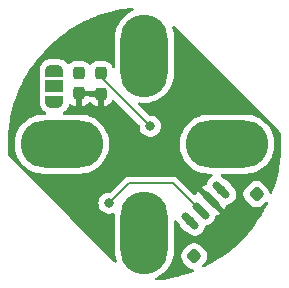
<source format=gbr>
%TF.GenerationSoftware,KiCad,Pcbnew,7.0.10*%
%TF.CreationDate,2024-01-07T23:47:08-08:00*%
%TF.ProjectId,AS5048B,41533530-3438-4422-9e6b-696361645f70,rev?*%
%TF.SameCoordinates,Original*%
%TF.FileFunction,Copper,L2,Bot*%
%TF.FilePolarity,Positive*%
%FSLAX46Y46*%
G04 Gerber Fmt 4.6, Leading zero omitted, Abs format (unit mm)*
G04 Created by KiCad (PCBNEW 7.0.10) date 2024-01-07 23:47:08*
%MOMM*%
%LPD*%
G01*
G04 APERTURE LIST*
G04 Aperture macros list*
%AMRoundRect*
0 Rectangle with rounded corners*
0 $1 Rounding radius*
0 $2 $3 $4 $5 $6 $7 $8 $9 X,Y pos of 4 corners*
0 Add a 4 corners polygon primitive as box body*
4,1,4,$2,$3,$4,$5,$6,$7,$8,$9,$2,$3,0*
0 Add four circle primitives for the rounded corners*
1,1,$1+$1,$2,$3*
1,1,$1+$1,$4,$5*
1,1,$1+$1,$6,$7*
1,1,$1+$1,$8,$9*
0 Add four rect primitives between the rounded corners*
20,1,$1+$1,$2,$3,$4,$5,0*
20,1,$1+$1,$4,$5,$6,$7,0*
20,1,$1+$1,$6,$7,$8,$9,0*
20,1,$1+$1,$8,$9,$2,$3,0*%
%AMFreePoly0*
4,1,19,0.550000,-0.750000,0.000000,-0.750000,0.000000,-0.744911,-0.071157,-0.744911,-0.207708,-0.704816,-0.327430,-0.627875,-0.420627,-0.520320,-0.479746,-0.390866,-0.500000,-0.250000,-0.500000,0.250000,-0.479746,0.390866,-0.420627,0.520320,-0.327430,0.627875,-0.207708,0.704816,-0.071157,0.744911,0.000000,0.744911,0.000000,0.750000,0.550000,0.750000,0.550000,-0.750000,0.550000,-0.750000,
$1*%
%AMFreePoly1*
4,1,19,0.000000,0.744911,0.071157,0.744911,0.207708,0.704816,0.327430,0.627875,0.420627,0.520320,0.479746,0.390866,0.500000,0.250000,0.500000,-0.250000,0.479746,-0.390866,0.420627,-0.520320,0.327430,-0.627875,0.207708,-0.704816,0.071157,-0.744911,0.000000,-0.744911,0.000000,-0.750000,-0.550000,-0.750000,-0.550000,0.750000,0.000000,0.750000,0.000000,0.744911,0.000000,0.744911,
$1*%
G04 Aperture macros list end*
%TA.AperFunction,ComponentPad*%
%ADD10O,7.000000X4.000000*%
%TD*%
%TA.AperFunction,ComponentPad*%
%ADD11O,4.000000X7.000000*%
%TD*%
%TA.AperFunction,SMDPad,CuDef*%
%ADD12RoundRect,0.237500X0.237500X-0.300000X0.237500X0.300000X-0.237500X0.300000X-0.237500X-0.300000X0*%
%TD*%
%TA.AperFunction,SMDPad,CuDef*%
%ADD13RoundRect,0.237500X-0.237500X0.300000X-0.237500X-0.300000X0.237500X-0.300000X0.237500X0.300000X0*%
%TD*%
%TA.AperFunction,SMDPad,CuDef*%
%ADD14FreePoly0,270.000000*%
%TD*%
%TA.AperFunction,SMDPad,CuDef*%
%ADD15R,1.500000X1.000000*%
%TD*%
%TA.AperFunction,SMDPad,CuDef*%
%ADD16FreePoly1,270.000000*%
%TD*%
%TA.AperFunction,SMDPad,CuDef*%
%ADD17RoundRect,0.150000X-0.388909X0.601041X-0.601041X0.388909X0.388909X-0.601041X0.601041X-0.388909X0*%
%TD*%
%TA.AperFunction,SMDPad,CuDef*%
%ADD18RoundRect,0.250000X0.000000X0.353553X-0.353553X0.000000X0.000000X-0.353553X0.353553X0.000000X0*%
%TD*%
%TA.AperFunction,ViaPad*%
%ADD19C,0.800000*%
%TD*%
%TA.AperFunction,Conductor*%
%ADD20C,0.130000*%
%TD*%
G04 APERTURE END LIST*
D10*
%TO.P,REF\u002A\u002A,1*%
%TO.N,N/C*%
X143000000Y-150000000D03*
D11*
X150000000Y-142500000D03*
X150000000Y-157500000D03*
D10*
X157000000Y-150000000D03*
%TD*%
D12*
%TO.P,C1,1*%
%TO.N,GND*%
X144452482Y-145710513D03*
%TO.P,C1,2*%
%TO.N,Net-(Q1-VDD3V)*%
X144452482Y-143985513D03*
%TD*%
D13*
%TO.P,C2,1*%
%TO.N,+5V*%
X146317537Y-143998555D03*
%TO.P,C2,2*%
%TO.N,GND*%
X146317537Y-145723555D03*
%TD*%
D14*
%TO.P,JP1,1,A*%
%TO.N,/PWM*%
X142378749Y-143795817D03*
D15*
%TO.P,JP1,2,C*%
%TO.N,Net-(J1-Pin_4)*%
X142378749Y-145095817D03*
D16*
%TO.P,JP1,3,B*%
%TO.N,/I2C*%
X142378749Y-146395817D03*
%TD*%
D17*
%TO.P,Je,1,Pin_1*%
%TO.N,+5V*%
X156517678Y-153866027D03*
%TO.P,Je,2,Pin_2*%
%TO.N,GND*%
X155633794Y-154749911D03*
%TO.P,Je,3,Pin_3*%
%TO.N,Net-(J1-Pin_3)*%
X154749911Y-155633794D03*
%TO.P,Je,4,Pin_4*%
%TO.N,Net-(J1-Pin_4)*%
X153866027Y-156517678D03*
D18*
%TO.P,Je,MP*%
%TO.N,N/C*%
X159487526Y-154219581D03*
X154219581Y-159487526D03*
%TD*%
D19*
%TO.N,Net-(J1-Pin_3)*%
X147000000Y-155000000D03*
%TO.N,GND*%
X145000000Y-155000000D03*
X143000000Y-142000000D03*
X157000000Y-157000000D03*
X155000000Y-145000000D03*
X148000000Y-151000000D03*
X150000000Y-150000000D03*
%TO.N,+5V*%
X150490162Y-148485863D03*
X156522563Y-153857306D03*
%TO.N,Net-(Q1-VDD3V)*%
X144481140Y-144029999D03*
%TO.N,Net-(J1-Pin_4)*%
X142378749Y-145095817D03*
X153874853Y-156548501D03*
%TO.N,/I2C*%
X142390521Y-146393094D03*
%TO.N,/PWM*%
X142390521Y-143839087D03*
%TD*%
D20*
%TO.N,Net-(J1-Pin_3)*%
X152446117Y-153330000D02*
X148670000Y-153330000D01*
X154749911Y-155633794D02*
X152446117Y-153330000D01*
X148670000Y-153330000D02*
X147000000Y-155000000D01*
%TO.N,GND*%
X156187357Y-157000000D02*
X157000000Y-157000000D01*
%TO.N,+5V*%
X150000000Y-148000000D02*
X150004299Y-148000000D01*
X150004299Y-148000000D02*
X150490162Y-148485863D01*
X150000000Y-148000000D02*
X146000000Y-144000000D01*
%TO.N,Net-(J1-Pin_4)*%
X154001122Y-156652773D02*
X153866027Y-156517678D01*
%TD*%
%TA.AperFunction,Conductor*%
%TO.N,GND*%
G36*
X149020398Y-138475885D02*
G01*
X149071696Y-138523322D01*
X149089204Y-138590963D01*
X149067364Y-138657331D01*
X149013109Y-138701356D01*
X149010917Y-138702248D01*
X148933239Y-138733003D01*
X148657516Y-138884584D01*
X148657504Y-138884591D01*
X148402978Y-139069515D01*
X148402968Y-139069523D01*
X148173608Y-139284907D01*
X148173606Y-139284909D01*
X147973054Y-139527334D01*
X147973051Y-139527338D01*
X147804464Y-139792990D01*
X147804461Y-139792996D01*
X147670499Y-140077678D01*
X147670497Y-140077683D01*
X147573270Y-140376916D01*
X147514311Y-140685988D01*
X147514310Y-140685995D01*
X147499500Y-140921405D01*
X147499500Y-143434104D01*
X147479815Y-143501143D01*
X147427011Y-143546898D01*
X147357853Y-143556842D01*
X147294297Y-143527817D01*
X147257794Y-143473109D01*
X147228445Y-143384539D01*
X147137877Y-143237705D01*
X147015887Y-143115715D01*
X146924666Y-143059450D01*
X146869055Y-143025148D01*
X146869050Y-143025146D01*
X146829692Y-143012104D01*
X146705290Y-142970881D01*
X146705288Y-142970880D01*
X146604215Y-142960555D01*
X146030867Y-142960555D01*
X146030849Y-142960556D01*
X145929784Y-142970880D01*
X145766021Y-143025147D01*
X145766018Y-143025148D01*
X145619185Y-143115716D01*
X145497197Y-143237704D01*
X145497191Y-143237712D01*
X145494564Y-143241971D01*
X145442613Y-143288692D01*
X145373649Y-143299908D01*
X145309570Y-143272060D01*
X145283492Y-143241962D01*
X145272822Y-143224663D01*
X145150833Y-143102674D01*
X145150832Y-143102673D01*
X145025144Y-143025148D01*
X145004000Y-143012106D01*
X145003995Y-143012104D01*
X145002551Y-143011625D01*
X144840235Y-142957839D01*
X144840233Y-142957838D01*
X144739160Y-142947513D01*
X144165812Y-142947513D01*
X144165794Y-142947514D01*
X144064729Y-142957838D01*
X143900966Y-143012105D01*
X143900963Y-143012106D01*
X143754133Y-143102672D01*
X143634391Y-143222414D01*
X143573068Y-143255898D01*
X143503376Y-143250914D01*
X143447443Y-143209042D01*
X143442393Y-143201769D01*
X143435888Y-143191647D01*
X143435884Y-143191641D01*
X143341640Y-143082878D01*
X143341638Y-143082875D01*
X143232986Y-142988728D01*
X143232965Y-142988713D01*
X143111915Y-142910919D01*
X143111892Y-142910906D01*
X142980312Y-142850816D01*
X142976868Y-142849937D01*
X142843031Y-142810638D01*
X142843021Y-142810635D01*
X142715070Y-142792239D01*
X142700711Y-142790175D01*
X142700710Y-142790175D01*
X142644352Y-142790175D01*
X142644335Y-142790170D01*
X142592985Y-142790170D01*
X142164513Y-142790170D01*
X142113193Y-142790170D01*
X142113146Y-142790175D01*
X142056787Y-142790175D01*
X141923249Y-142809375D01*
X141923247Y-142809375D01*
X141914472Y-142810636D01*
X141776380Y-142851184D01*
X141776367Y-142851189D01*
X141645605Y-142910906D01*
X141645582Y-142910919D01*
X141524532Y-142988713D01*
X141524511Y-142988729D01*
X141415879Y-143082858D01*
X141415860Y-143082875D01*
X141415859Y-143082877D01*
X141321610Y-143191647D01*
X141321608Y-143191649D01*
X141321608Y-143191650D01*
X141321606Y-143191653D01*
X141243880Y-143312595D01*
X141243878Y-143312601D01*
X141184091Y-143443517D01*
X141143583Y-143581473D01*
X141143583Y-143581475D01*
X141123102Y-143723927D01*
X141123102Y-144345819D01*
X141128248Y-144417772D01*
X141128250Y-144417781D01*
X141131790Y-144429840D01*
X141133150Y-144480370D01*
X141135487Y-144480622D01*
X141128250Y-144547933D01*
X141128249Y-144547952D01*
X141128249Y-145643687D01*
X141128250Y-145643693D01*
X141134658Y-145703302D01*
X141134805Y-145703924D01*
X141134861Y-145705197D01*
X141135487Y-145711013D01*
X141135123Y-145711052D01*
X141136865Y-145750080D01*
X141123102Y-145845813D01*
X141123102Y-146467706D01*
X141143583Y-146610158D01*
X141143583Y-146610160D01*
X141163536Y-146678114D01*
X141184091Y-146748117D01*
X141211673Y-146808512D01*
X141243878Y-146879032D01*
X141243878Y-146879034D01*
X141243881Y-146879038D01*
X141321607Y-146999983D01*
X141321611Y-146999988D01*
X141321613Y-146999992D01*
X141415857Y-147108755D01*
X141415859Y-147108758D01*
X141524511Y-147202905D01*
X141524520Y-147202911D01*
X141524523Y-147202914D01*
X141524528Y-147202917D01*
X141524532Y-147202920D01*
X141630754Y-147271185D01*
X141676509Y-147323988D01*
X141686453Y-147393147D01*
X141657428Y-147456703D01*
X141598650Y-147494477D01*
X141563715Y-147499500D01*
X141421406Y-147499500D01*
X141185995Y-147514310D01*
X141185988Y-147514311D01*
X140876916Y-147573270D01*
X140577683Y-147670497D01*
X140577678Y-147670499D01*
X140292996Y-147804461D01*
X140292990Y-147804464D01*
X140027338Y-147973051D01*
X140027334Y-147973054D01*
X139784909Y-148173606D01*
X139784907Y-148173608D01*
X139569523Y-148402968D01*
X139569515Y-148402978D01*
X139384591Y-148657504D01*
X139384584Y-148657516D01*
X139233002Y-148933241D01*
X139233001Y-148933242D01*
X139117181Y-149225771D01*
X139117180Y-149225774D01*
X139038934Y-149530523D01*
X139038932Y-149530536D01*
X138999500Y-149842670D01*
X138999500Y-150157329D01*
X139038932Y-150469463D01*
X139038934Y-150469476D01*
X139117180Y-150774225D01*
X139117181Y-150774228D01*
X139233001Y-151066757D01*
X139233002Y-151066758D01*
X139233004Y-151066763D01*
X139233006Y-151066766D01*
X139384584Y-151342484D01*
X139384586Y-151342488D01*
X139384591Y-151342495D01*
X139569515Y-151597021D01*
X139569523Y-151597031D01*
X139784907Y-151826391D01*
X139784909Y-151826393D01*
X140027334Y-152026945D01*
X140027338Y-152026948D01*
X140237648Y-152160414D01*
X140292993Y-152195537D01*
X140394930Y-152243505D01*
X140577678Y-152329500D01*
X140577682Y-152329501D01*
X140577685Y-152329503D01*
X140876921Y-152426731D01*
X141185985Y-152485688D01*
X141185990Y-152485688D01*
X141185995Y-152485689D01*
X141421406Y-152500500D01*
X141421417Y-152500500D01*
X144578594Y-152500500D01*
X144814004Y-152485689D01*
X144814007Y-152485688D01*
X144814015Y-152485688D01*
X145123079Y-152426731D01*
X145422315Y-152329503D01*
X145707007Y-152195537D01*
X145972663Y-152026947D01*
X146215094Y-151826390D01*
X146430478Y-151597030D01*
X146615416Y-151342484D01*
X146766994Y-151066766D01*
X146778832Y-151036868D01*
X146882818Y-150774228D01*
X146882819Y-150774225D01*
X146961065Y-150469476D01*
X146961066Y-150469473D01*
X147000499Y-150157329D01*
X152999500Y-150157329D01*
X153038932Y-150469463D01*
X153038934Y-150469476D01*
X153117180Y-150774225D01*
X153117181Y-150774228D01*
X153233001Y-151066757D01*
X153233002Y-151066758D01*
X153233004Y-151066763D01*
X153233006Y-151066766D01*
X153384584Y-151342484D01*
X153384586Y-151342488D01*
X153384591Y-151342495D01*
X153569515Y-151597021D01*
X153569523Y-151597031D01*
X153784907Y-151826391D01*
X153784909Y-151826393D01*
X154027334Y-152026945D01*
X154027338Y-152026948D01*
X154237648Y-152160414D01*
X154292993Y-152195537D01*
X154394930Y-152243505D01*
X154577678Y-152329500D01*
X154577682Y-152329501D01*
X154577685Y-152329503D01*
X154876921Y-152426731D01*
X155185985Y-152485688D01*
X155185990Y-152485688D01*
X155185995Y-152485689D01*
X155421406Y-152500500D01*
X155686141Y-152500500D01*
X155753180Y-152520185D01*
X155798935Y-152572989D01*
X155808879Y-152642147D01*
X155779854Y-152705703D01*
X155745877Y-152733162D01*
X155744854Y-152733725D01*
X155743375Y-152734538D01*
X155715251Y-152758557D01*
X155410208Y-153063600D01*
X155386186Y-153091727D01*
X155307012Y-153235746D01*
X155307009Y-153235754D01*
X155264197Y-153402497D01*
X155262121Y-153401964D01*
X155238587Y-153455912D01*
X155180462Y-153494682D01*
X155170316Y-153496889D01*
X155170327Y-153496930D01*
X155003708Y-153539710D01*
X155003698Y-153539713D01*
X154859789Y-153618828D01*
X154857888Y-153620452D01*
X154857887Y-153620452D01*
X155633794Y-154396358D01*
X156763251Y-155525816D01*
X156764876Y-155523914D01*
X156843991Y-155380006D01*
X156843994Y-155379996D01*
X156886775Y-155213378D01*
X156889032Y-155213957D01*
X156912291Y-155160620D01*
X156970411Y-155121841D01*
X156981601Y-155119406D01*
X156988760Y-155117568D01*
X156988764Y-155117568D01*
X157147955Y-155076694D01*
X157287462Y-155000000D01*
X157291977Y-154997518D01*
X157291978Y-154997517D01*
X157291980Y-154997516D01*
X157307792Y-154984011D01*
X157320104Y-154973496D01*
X157625147Y-154668453D01*
X157635662Y-154656141D01*
X157649167Y-154640329D01*
X157652206Y-154634802D01*
X157711284Y-154527338D01*
X157728345Y-154496304D01*
X157769219Y-154337113D01*
X157769219Y-154172759D01*
X157728345Y-154013568D01*
X157728344Y-154013567D01*
X157728344Y-154013565D01*
X157649168Y-153869544D01*
X157649166Y-153869541D01*
X157625147Y-153841417D01*
X157625136Y-153841406D01*
X157407848Y-153624119D01*
X157377598Y-153574755D01*
X157349745Y-153489030D01*
X157349743Y-153489026D01*
X157349742Y-153489022D01*
X157255096Y-153325090D01*
X157128434Y-153184418D01*
X157128433Y-153184417D01*
X156975297Y-153073157D01*
X156975292Y-153073154D01*
X156802364Y-152996160D01*
X156797383Y-152994542D01*
X156748022Y-152964293D01*
X156542298Y-152758568D01*
X156542287Y-152758557D01*
X156514165Y-152734540D01*
X156514163Y-152734538D01*
X156511659Y-152733161D01*
X156510535Y-152732031D01*
X156508951Y-152730936D01*
X156509154Y-152730641D01*
X156462397Y-152683619D01*
X156447738Y-152615304D01*
X156472341Y-152549909D01*
X156528392Y-152508196D01*
X156571397Y-152500500D01*
X158578594Y-152500500D01*
X158814004Y-152485689D01*
X158814007Y-152485688D01*
X158814015Y-152485688D01*
X159123079Y-152426731D01*
X159422315Y-152329503D01*
X159707007Y-152195537D01*
X159972663Y-152026947D01*
X160215094Y-151826390D01*
X160430478Y-151597030D01*
X160615416Y-151342484D01*
X160766994Y-151066766D01*
X160778832Y-151036868D01*
X160882818Y-150774228D01*
X160882819Y-150774225D01*
X160961065Y-150469476D01*
X160961066Y-150469473D01*
X161000500Y-150157318D01*
X161000500Y-149842682D01*
X161000499Y-149842680D01*
X161000499Y-149842670D01*
X160961067Y-149530536D01*
X160961065Y-149530523D01*
X160882819Y-149225774D01*
X160882818Y-149225771D01*
X160766998Y-148933242D01*
X160766997Y-148933241D01*
X160766996Y-148933239D01*
X160766994Y-148933234D01*
X160615416Y-148657516D01*
X160615410Y-148657509D01*
X160615408Y-148657504D01*
X160430484Y-148402978D01*
X160430476Y-148402968D01*
X160331532Y-148297603D01*
X160215094Y-148173610D01*
X160215092Y-148173608D01*
X160215090Y-148173606D01*
X159972665Y-147973054D01*
X159972661Y-147973051D01*
X159707009Y-147804464D01*
X159707003Y-147804461D01*
X159422321Y-147670499D01*
X159422316Y-147670497D01*
X159123083Y-147573270D01*
X159123080Y-147573269D01*
X159123079Y-147573269D01*
X158968547Y-147543790D01*
X158814011Y-147514311D01*
X158814004Y-147514310D01*
X158578594Y-147499500D01*
X158578583Y-147499500D01*
X155421417Y-147499500D01*
X155421406Y-147499500D01*
X155185995Y-147514310D01*
X155185988Y-147514311D01*
X154876916Y-147573270D01*
X154577683Y-147670497D01*
X154577678Y-147670499D01*
X154292996Y-147804461D01*
X154292990Y-147804464D01*
X154027338Y-147973051D01*
X154027334Y-147973054D01*
X153784909Y-148173606D01*
X153784907Y-148173608D01*
X153569523Y-148402968D01*
X153569515Y-148402978D01*
X153384591Y-148657504D01*
X153384584Y-148657516D01*
X153233002Y-148933241D01*
X153233001Y-148933242D01*
X153117181Y-149225771D01*
X153117180Y-149225774D01*
X153038934Y-149530523D01*
X153038932Y-149530536D01*
X152999500Y-149842670D01*
X152999500Y-150157329D01*
X147000499Y-150157329D01*
X147000500Y-150157318D01*
X147000500Y-149842682D01*
X147000499Y-149842680D01*
X147000499Y-149842670D01*
X146961067Y-149530536D01*
X146961065Y-149530523D01*
X146882819Y-149225774D01*
X146882818Y-149225771D01*
X146766998Y-148933242D01*
X146766997Y-148933241D01*
X146766996Y-148933239D01*
X146766994Y-148933234D01*
X146615416Y-148657516D01*
X146615410Y-148657509D01*
X146615408Y-148657504D01*
X146430484Y-148402978D01*
X146430476Y-148402968D01*
X146331532Y-148297603D01*
X146215094Y-148173610D01*
X146215092Y-148173608D01*
X146215090Y-148173606D01*
X145972665Y-147973054D01*
X145972661Y-147973051D01*
X145707009Y-147804464D01*
X145707003Y-147804461D01*
X145422321Y-147670499D01*
X145422316Y-147670497D01*
X145123083Y-147573270D01*
X145123080Y-147573269D01*
X145123079Y-147573269D01*
X144968547Y-147543790D01*
X144814011Y-147514311D01*
X144814004Y-147514310D01*
X144578594Y-147499500D01*
X144578583Y-147499500D01*
X143193783Y-147499500D01*
X143126744Y-147479815D01*
X143080989Y-147427011D01*
X143071045Y-147357853D01*
X143100070Y-147294297D01*
X143126744Y-147271185D01*
X143201522Y-147223127D01*
X143232975Y-147202914D01*
X143341636Y-147108760D01*
X143341639Y-147108757D01*
X143435888Y-146999987D01*
X143513620Y-146879033D01*
X143573407Y-146748117D01*
X143593962Y-146678112D01*
X143631735Y-146619336D01*
X143695290Y-146590310D01*
X143764449Y-146600253D01*
X143778035Y-146607510D01*
X143901170Y-146683461D01*
X143901181Y-146683466D01*
X144064829Y-146737693D01*
X144165834Y-146748012D01*
X144202482Y-146748012D01*
X144202482Y-145960513D01*
X144702482Y-145960513D01*
X144702482Y-146748012D01*
X144739122Y-146748012D01*
X144739136Y-146748011D01*
X144840134Y-146737693D01*
X145003782Y-146683466D01*
X145003793Y-146683461D01*
X145150516Y-146592960D01*
X145150520Y-146592957D01*
X145272425Y-146471052D01*
X145275447Y-146466154D01*
X145327395Y-146419428D01*
X145396357Y-146408205D01*
X145460439Y-146436048D01*
X145486525Y-146466151D01*
X145497591Y-146484092D01*
X145619498Y-146605999D01*
X145619502Y-146606002D01*
X145766225Y-146696503D01*
X145766236Y-146696508D01*
X145929884Y-146750735D01*
X146030889Y-146761054D01*
X146067537Y-146761054D01*
X146067537Y-145973555D01*
X145363941Y-145973555D01*
X145319525Y-145960513D01*
X144702482Y-145960513D01*
X144202482Y-145960513D01*
X144202482Y-145584513D01*
X144222167Y-145517474D01*
X144274971Y-145471719D01*
X144326482Y-145460513D01*
X145406078Y-145460513D01*
X145450494Y-145473555D01*
X146443537Y-145473555D01*
X146510576Y-145493240D01*
X146556331Y-145546044D01*
X146567537Y-145597555D01*
X146567537Y-146761054D01*
X146604177Y-146761054D01*
X146604191Y-146761053D01*
X146705189Y-146750735D01*
X146868837Y-146696508D01*
X146868848Y-146696503D01*
X147015571Y-146606002D01*
X147015575Y-146605999D01*
X147137481Y-146484093D01*
X147137484Y-146484089D01*
X147227985Y-146337366D01*
X147227988Y-146337358D01*
X147241818Y-146295623D01*
X147281590Y-146238177D01*
X147346106Y-146211353D01*
X147414882Y-146223667D01*
X147447206Y-146246944D01*
X149552525Y-148352263D01*
X149586010Y-148413586D01*
X149588165Y-148452901D01*
X149584702Y-148485859D01*
X149584702Y-148485863D01*
X149604488Y-148674119D01*
X149604489Y-148674122D01*
X149662980Y-148854140D01*
X149662983Y-148854147D01*
X149757629Y-149018079D01*
X149786952Y-149050645D01*
X149884291Y-149158751D01*
X150037427Y-149270011D01*
X150037432Y-149270014D01*
X150210354Y-149347005D01*
X150210359Y-149347007D01*
X150395516Y-149386363D01*
X150395517Y-149386363D01*
X150584806Y-149386363D01*
X150584808Y-149386363D01*
X150769965Y-149347007D01*
X150942892Y-149270014D01*
X151096033Y-149158751D01*
X151222695Y-149018079D01*
X151317341Y-148854147D01*
X151375836Y-148674119D01*
X151395622Y-148485863D01*
X151375836Y-148297607D01*
X151317341Y-148117579D01*
X151222695Y-147953647D01*
X151096033Y-147812975D01*
X151084319Y-147804464D01*
X150942896Y-147701714D01*
X150942891Y-147701711D01*
X150769969Y-147624720D01*
X150769964Y-147624718D01*
X150624163Y-147593728D01*
X150584808Y-147585363D01*
X150436463Y-147585363D01*
X150369424Y-147565678D01*
X150348782Y-147549044D01*
X149477898Y-146678160D01*
X149444413Y-146616837D01*
X149449397Y-146547145D01*
X149491269Y-146491212D01*
X149556733Y-146466795D01*
X149581116Y-146467456D01*
X149746441Y-146488342D01*
X149842672Y-146500499D01*
X149842678Y-146500499D01*
X149842682Y-146500500D01*
X149842684Y-146500500D01*
X150157316Y-146500500D01*
X150157318Y-146500500D01*
X150157321Y-146500499D01*
X150157329Y-146500499D01*
X150343593Y-146476968D01*
X150469473Y-146461066D01*
X150774225Y-146382819D01*
X150774228Y-146382818D01*
X151066757Y-146266998D01*
X151066758Y-146266997D01*
X151066756Y-146266997D01*
X151066766Y-146266994D01*
X151342484Y-146115416D01*
X151597030Y-145930478D01*
X151826390Y-145715094D01*
X152026947Y-145472663D01*
X152195537Y-145207007D01*
X152329503Y-144922315D01*
X152426731Y-144623079D01*
X152485688Y-144314015D01*
X152485689Y-144314004D01*
X152500500Y-144078594D01*
X152500500Y-140921405D01*
X152485689Y-140685995D01*
X152485688Y-140685988D01*
X152485688Y-140685985D01*
X152426731Y-140376921D01*
X152349111Y-140138035D01*
X152347117Y-140068195D01*
X152383197Y-140008362D01*
X152445898Y-139977534D01*
X152515312Y-139985499D01*
X152554724Y-140012037D01*
X161509546Y-148966858D01*
X161543031Y-149028181D01*
X161545654Y-149047316D01*
X161573972Y-149532620D01*
X161573975Y-149532737D01*
X161573979Y-149532737D01*
X161580666Y-149649217D01*
X161580870Y-149656072D01*
X161581690Y-150060243D01*
X161581690Y-150060592D01*
X161581493Y-150311760D01*
X161581311Y-150318384D01*
X161560862Y-150695092D01*
X161560829Y-150695671D01*
X161544459Y-150973236D01*
X161543918Y-150979608D01*
X161503598Y-151343064D01*
X161503506Y-151343873D01*
X161469682Y-151631527D01*
X161468810Y-151637626D01*
X161409160Y-151992046D01*
X161408982Y-151993077D01*
X161357424Y-152284379D01*
X161356252Y-152290191D01*
X161277615Y-152636966D01*
X161277325Y-152638212D01*
X161208043Y-152929751D01*
X161206600Y-152935261D01*
X161109337Y-153274460D01*
X161108911Y-153275910D01*
X161022028Y-153565537D01*
X161020343Y-153570735D01*
X160904812Y-153902061D01*
X160904226Y-153903704D01*
X160823717Y-154124552D01*
X160782263Y-154180795D01*
X160716981Y-154205697D01*
X160648600Y-154191352D01*
X160598829Y-154142315D01*
X160586560Y-154110679D01*
X160551119Y-153961147D01*
X160501583Y-153862512D01*
X160472381Y-153804366D01*
X160472379Y-153804363D01*
X160472376Y-153804359D01*
X160407134Y-153724270D01*
X160407133Y-153724269D01*
X160407125Y-153724259D01*
X159982848Y-153299984D01*
X159982840Y-153299977D01*
X159982834Y-153299972D01*
X159902748Y-153234731D01*
X159902742Y-153234727D01*
X159902741Y-153234726D01*
X159823844Y-153195103D01*
X159745956Y-153155986D01*
X159575254Y-153115528D01*
X159575249Y-153115527D01*
X159575247Y-153115527D01*
X159399805Y-153115527D01*
X159399803Y-153115527D01*
X159399797Y-153115528D01*
X159229092Y-153155987D01*
X159072310Y-153234726D01*
X159072304Y-153234730D01*
X158992215Y-153299972D01*
X158992197Y-153299988D01*
X158567936Y-153724251D01*
X158567917Y-153724272D01*
X158502676Y-153804358D01*
X158502672Y-153804364D01*
X158423931Y-153961150D01*
X158383473Y-154131852D01*
X158383472Y-154131863D01*
X158383472Y-154307298D01*
X158383473Y-154307309D01*
X158423932Y-154478014D01*
X158502671Y-154634796D01*
X158502675Y-154634802D01*
X158567719Y-154714648D01*
X158567927Y-154714903D01*
X158992204Y-155139178D01*
X158992210Y-155139183D01*
X158992217Y-155139189D01*
X159072303Y-155204430D01*
X159072305Y-155204431D01*
X159072311Y-155204436D01*
X159226514Y-155281879D01*
X159229095Y-155283175D01*
X159344930Y-155310629D01*
X159399805Y-155323635D01*
X159399808Y-155323635D01*
X159575244Y-155323635D01*
X159575247Y-155323635D01*
X159745959Y-155283174D01*
X159902741Y-155204436D01*
X159982848Y-155139180D01*
X160232206Y-154889820D01*
X160293525Y-154856338D01*
X160363217Y-154861322D01*
X160419151Y-154903193D01*
X160443568Y-154968657D01*
X160431646Y-155031219D01*
X160389668Y-155118560D01*
X160388693Y-155120542D01*
X160250952Y-155394524D01*
X160248730Y-155398741D01*
X160080737Y-155703149D01*
X160079536Y-155705275D01*
X159925712Y-155971477D01*
X159923372Y-155975360D01*
X159738863Y-156269307D01*
X159737418Y-156271557D01*
X159568088Y-156528830D01*
X159565661Y-156532381D01*
X159365145Y-156815166D01*
X159363436Y-156817517D01*
X159179200Y-157064846D01*
X159176716Y-157068069D01*
X158960817Y-157338882D01*
X158958829Y-157341312D01*
X158760372Y-157577712D01*
X158757860Y-157580612D01*
X158527186Y-157838733D01*
X158524906Y-157841216D01*
X158312957Y-158065786D01*
X158310445Y-158068370D01*
X158065647Y-158313089D01*
X158063061Y-158315601D01*
X157838483Y-158527418D01*
X157836000Y-158529697D01*
X157577770Y-158760320D01*
X157574868Y-158762831D01*
X157338405Y-158961208D01*
X157335976Y-158963195D01*
X157065089Y-159179010D01*
X157061865Y-159181493D01*
X156814456Y-159365665D01*
X156812104Y-159367373D01*
X156529296Y-159567767D01*
X156525744Y-159570192D01*
X156268415Y-159739440D01*
X156266165Y-159740886D01*
X155972118Y-159925324D01*
X155968234Y-159927663D01*
X155702004Y-160081386D01*
X155699878Y-160082585D01*
X155395422Y-160250478D01*
X155391204Y-160252699D01*
X155117144Y-160390368D01*
X155115162Y-160391342D01*
X155031170Y-160431677D01*
X154962216Y-160442954D01*
X154898112Y-160415161D01*
X154859210Y-160357123D01*
X154857862Y-160287266D01*
X154889810Y-160232217D01*
X154915024Y-160207003D01*
X155139178Y-159982848D01*
X155204436Y-159902741D01*
X155283174Y-159745959D01*
X155284377Y-159740886D01*
X155323633Y-159575254D01*
X155323635Y-159575247D01*
X155323635Y-159399805D01*
X155290806Y-159261293D01*
X155283174Y-159229092D01*
X155207591Y-159078594D01*
X155204436Y-159072311D01*
X155204434Y-159072308D01*
X155204431Y-159072304D01*
X155139189Y-158992215D01*
X155139188Y-158992214D01*
X155139180Y-158992204D01*
X154714903Y-158567929D01*
X154714895Y-158567922D01*
X154714889Y-158567917D01*
X154634803Y-158502676D01*
X154634797Y-158502672D01*
X154634796Y-158502671D01*
X154556053Y-158463125D01*
X154478011Y-158423931D01*
X154307309Y-158383473D01*
X154307304Y-158383472D01*
X154307302Y-158383472D01*
X154131860Y-158383472D01*
X154131858Y-158383472D01*
X154131852Y-158383473D01*
X153961147Y-158423932D01*
X153804365Y-158502671D01*
X153804359Y-158502675D01*
X153724270Y-158567917D01*
X153724252Y-158567933D01*
X153299991Y-158992196D01*
X153299972Y-158992217D01*
X153234731Y-159072303D01*
X153234727Y-159072309D01*
X153155986Y-159229095D01*
X153115528Y-159399797D01*
X153115527Y-159399808D01*
X153115527Y-159575243D01*
X153115528Y-159575254D01*
X153155987Y-159745959D01*
X153234726Y-159902741D01*
X153234730Y-159902747D01*
X153299972Y-159982836D01*
X153299982Y-159982848D01*
X153724259Y-160407123D01*
X153724267Y-160407129D01*
X153724272Y-160407134D01*
X153804358Y-160472375D01*
X153804361Y-160472377D01*
X153804366Y-160472381D01*
X153961148Y-160551119D01*
X153961150Y-160551120D01*
X154110776Y-160586583D01*
X154171469Y-160621197D01*
X154203812Y-160683130D01*
X154197538Y-160752717D01*
X154154639Y-160807866D01*
X154124611Y-160823754D01*
X153900154Y-160905496D01*
X153898511Y-160906081D01*
X153567171Y-161021497D01*
X153561972Y-161023181D01*
X153272193Y-161110006D01*
X153270744Y-161110430D01*
X152931665Y-161207541D01*
X152926154Y-161208984D01*
X152634523Y-161278187D01*
X152633277Y-161278476D01*
X152286492Y-161356997D01*
X152280680Y-161358167D01*
X151989519Y-161409603D01*
X151988487Y-161409781D01*
X151633862Y-161469347D01*
X151627763Y-161470216D01*
X151340201Y-161503934D01*
X151339392Y-161504026D01*
X151048625Y-161536187D01*
X150979828Y-161523992D01*
X150928545Y-161476539D01*
X150911059Y-161408892D01*
X150932921Y-161342531D01*
X150987190Y-161298524D01*
X150989284Y-161297671D01*
X151066766Y-161266994D01*
X151342484Y-161115416D01*
X151597030Y-160930478D01*
X151826390Y-160715094D01*
X152026947Y-160472663D01*
X152195537Y-160207007D01*
X152329503Y-159922315D01*
X152426731Y-159623079D01*
X152485688Y-159314015D01*
X152494182Y-159179010D01*
X152500500Y-159078594D01*
X152500500Y-156571397D01*
X152520185Y-156504358D01*
X152572989Y-156458603D01*
X152642147Y-156448659D01*
X152705703Y-156477684D01*
X152733161Y-156511658D01*
X152734538Y-156514163D01*
X152734540Y-156514165D01*
X152758557Y-156542287D01*
X152758568Y-156542298D01*
X152985527Y-156769256D01*
X153015777Y-156818618D01*
X153047672Y-156916781D01*
X153047674Y-156916785D01*
X153142320Y-157080717D01*
X153268982Y-157221389D01*
X153422118Y-157332649D01*
X153422123Y-157332652D01*
X153595047Y-157409644D01*
X153595050Y-157409645D01*
X153598310Y-157410338D01*
X153600016Y-157411258D01*
X153601232Y-157411654D01*
X153601159Y-157411876D01*
X153659794Y-157443525D01*
X153660220Y-157443949D01*
X153841406Y-157625136D01*
X153841417Y-157625147D01*
X153869541Y-157649166D01*
X153869544Y-157649168D01*
X154013565Y-157728344D01*
X154013567Y-157728344D01*
X154013568Y-157728345D01*
X154172759Y-157769219D01*
X154172762Y-157769219D01*
X154337110Y-157769219D01*
X154337113Y-157769219D01*
X154496304Y-157728345D01*
X154568316Y-157688756D01*
X154640326Y-157649169D01*
X154640327Y-157649168D01*
X154640329Y-157649167D01*
X154656141Y-157635662D01*
X154668453Y-157625147D01*
X154973496Y-157320104D01*
X154984011Y-157307792D01*
X154997516Y-157291980D01*
X155076694Y-157147955D01*
X155117568Y-156988764D01*
X155117568Y-156988763D01*
X155119508Y-156981208D01*
X155121731Y-156981778D01*
X155145035Y-156928328D01*
X155203152Y-156889545D01*
X155213448Y-156887305D01*
X155213441Y-156887275D01*
X155220997Y-156885335D01*
X155380188Y-156844461D01*
X155452200Y-156804872D01*
X155524210Y-156765285D01*
X155524211Y-156765284D01*
X155524213Y-156765283D01*
X155540025Y-156751778D01*
X155552337Y-156741263D01*
X155857380Y-156436220D01*
X155867895Y-156423908D01*
X155881400Y-156408096D01*
X155960578Y-156264071D01*
X156001452Y-156104880D01*
X156001452Y-156104879D01*
X156003392Y-156097324D01*
X156005471Y-156097857D01*
X156028984Y-156043929D01*
X156087101Y-156005146D01*
X156097271Y-156002932D01*
X156097261Y-156002892D01*
X156263879Y-155960111D01*
X156263889Y-155960108D01*
X156407797Y-155880993D01*
X156409699Y-155879368D01*
X155633794Y-155103464D01*
X154504335Y-153974004D01*
X154504335Y-153974005D01*
X154502711Y-153975906D01*
X154423596Y-154119815D01*
X154423593Y-154119823D01*
X154398406Y-154217923D01*
X154362668Y-154277961D01*
X154300144Y-154309146D01*
X154230686Y-154301578D01*
X154190621Y-154274766D01*
X152877946Y-152962091D01*
X152867251Y-152949896D01*
X152851793Y-152929751D01*
X152849437Y-152926680D01*
X152731307Y-152836036D01*
X152731305Y-152836035D01*
X152593742Y-152779054D01*
X152446118Y-152759619D01*
X152446116Y-152759619D01*
X152417102Y-152763439D01*
X152400916Y-152764500D01*
X148715201Y-152764500D01*
X148699015Y-152763439D01*
X148670001Y-152759619D01*
X148669999Y-152759619D01*
X148522374Y-152779055D01*
X148384809Y-152836035D01*
X148266682Y-152926677D01*
X148248859Y-152949903D01*
X148238168Y-152962092D01*
X147137080Y-154063181D01*
X147075757Y-154096666D01*
X147049399Y-154099500D01*
X146905354Y-154099500D01*
X146900311Y-154100572D01*
X146720197Y-154138855D01*
X146720192Y-154138857D01*
X146547270Y-154215848D01*
X146547265Y-154215851D01*
X146394129Y-154327111D01*
X146267466Y-154467785D01*
X146172821Y-154631715D01*
X146172818Y-154631722D01*
X146114327Y-154811740D01*
X146114326Y-154811744D01*
X146094540Y-155000000D01*
X146114326Y-155188256D01*
X146114327Y-155188259D01*
X146172818Y-155368277D01*
X146172821Y-155368284D01*
X146267467Y-155532216D01*
X146394129Y-155672888D01*
X146547265Y-155784148D01*
X146547270Y-155784151D01*
X146720192Y-155861142D01*
X146720197Y-155861144D01*
X146905354Y-155900500D01*
X146905355Y-155900500D01*
X147094644Y-155900500D01*
X147094646Y-155900500D01*
X147279803Y-155861144D01*
X147325065Y-155840991D01*
X147394312Y-155831706D01*
X147457589Y-155861334D01*
X147494804Y-155920468D01*
X147499500Y-155954271D01*
X147499500Y-159078594D01*
X147514310Y-159314004D01*
X147514311Y-159314011D01*
X147573270Y-159623083D01*
X147652533Y-159867030D01*
X147654528Y-159936871D01*
X147618447Y-159996704D01*
X147555746Y-160027532D01*
X147486332Y-160019567D01*
X147446921Y-159993029D01*
X143725449Y-156271557D01*
X138490761Y-151036868D01*
X138457276Y-150975545D01*
X138454656Y-150956460D01*
X138426082Y-150469473D01*
X138419444Y-150354492D01*
X138419241Y-150347723D01*
X138418289Y-149943263D01*
X138418405Y-149691939D01*
X138418582Y-149685420D01*
X138438925Y-149308395D01*
X138455230Y-149030437D01*
X138455760Y-149024166D01*
X138496034Y-148660055D01*
X138529788Y-148372189D01*
X138530645Y-148366175D01*
X138590254Y-148011294D01*
X138590346Y-148010760D01*
X138641839Y-147719275D01*
X138642993Y-147713543D01*
X138721591Y-147366421D01*
X138721750Y-147365734D01*
X138791026Y-147073794D01*
X138792440Y-147068396D01*
X138889613Y-146729097D01*
X138889992Y-146727805D01*
X138976842Y-146437948D01*
X138978470Y-146432919D01*
X139093979Y-146101311D01*
X139094445Y-146100002D01*
X139198658Y-145813843D01*
X139200499Y-145809098D01*
X139333950Y-145485771D01*
X139334564Y-145484316D01*
X139455770Y-145203434D01*
X139457813Y-145198953D01*
X139608745Y-144884654D01*
X139609543Y-144883030D01*
X139747350Y-144608696D01*
X139749469Y-144604672D01*
X139917455Y-144300044D01*
X139918530Y-144298139D01*
X140072396Y-144031661D01*
X140074635Y-144027944D01*
X140259190Y-143733710D01*
X140260476Y-143731710D01*
X140429853Y-143474184D01*
X140432183Y-143470770D01*
X140632733Y-143187744D01*
X140634227Y-143185687D01*
X140818554Y-142938068D01*
X140820936Y-142934975D01*
X141036852Y-142663961D01*
X141038790Y-142661593D01*
X141237234Y-142425052D01*
X141239585Y-142422334D01*
X141470332Y-142163963D01*
X141472512Y-142161588D01*
X141684526Y-141936803D01*
X141686809Y-141934453D01*
X141931705Y-141689477D01*
X141934137Y-141687113D01*
X142158858Y-141475021D01*
X142161185Y-141472885D01*
X142419463Y-141242071D01*
X142422209Y-141239692D01*
X142658803Y-141041073D01*
X142660997Y-141039278D01*
X142931997Y-140823229D01*
X142935085Y-140820848D01*
X143182561Y-140636503D01*
X143184750Y-140634912D01*
X143467687Y-140434288D01*
X143471059Y-140431984D01*
X143728593Y-140262481D01*
X143730589Y-140261200D01*
X144024688Y-140076595D01*
X144028471Y-140074315D01*
X144294902Y-139920360D01*
X144296666Y-139919363D01*
X144601317Y-139751235D01*
X144605414Y-139749077D01*
X144879571Y-139611248D01*
X144881327Y-139610384D01*
X145195556Y-139459360D01*
X145200014Y-139457327D01*
X145480932Y-139335997D01*
X145482325Y-139335409D01*
X145805552Y-139201877D01*
X145810340Y-139200016D01*
X146096440Y-139095719D01*
X146097783Y-139095240D01*
X146429319Y-138979636D01*
X146434418Y-138977983D01*
X146724212Y-138891050D01*
X146725378Y-138890707D01*
X147064751Y-138793394D01*
X147070233Y-138791958D01*
X147362140Y-138722590D01*
X147362707Y-138722458D01*
X147709860Y-138643735D01*
X147715567Y-138642584D01*
X148007171Y-138590972D01*
X148007622Y-138590894D01*
X148362419Y-138531181D01*
X148368427Y-138530322D01*
X148656397Y-138496460D01*
X148951601Y-138463712D01*
X149020398Y-138475885D01*
G37*
%TD.AperFunction*%
%TD*%
M02*

</source>
